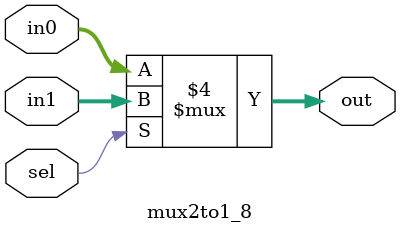
<source format=v>
module mux2to1_8 (
    input  wire [7:0] in0,   // Input 0
    input  wire [7:0] in1,   // Input 1
    input  wire       sel,   // Select signal
    output reg  [7:0] out    // Output
);

    always @(*) begin
        if (sel == 1'b0)
            out = in0;
        else
            out = in1;
    end

endmodule

</source>
